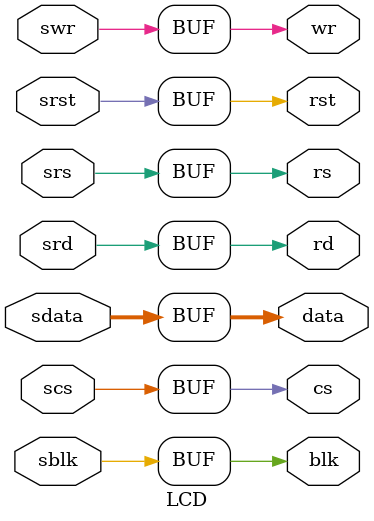
<source format=v>
module LCD(
	sblk, scs, srs, swr, srd, srst, sdata,
	blk, cs, rs, wr, rd, rst, data
);
	input sblk, scs, srs, swr, srd, srst;
	input[23:0] sdata;
	output blk, cs, rs, wr, rd, rst;
	output[23:0] data;
	
	assign blk = sblk;
	assign cs = scs;
	assign rs = srs;
	assign wr = swr;
	assign rd = srd;
	assign rst = srst;
	assign data = sdata;
	
endmodule

</source>
